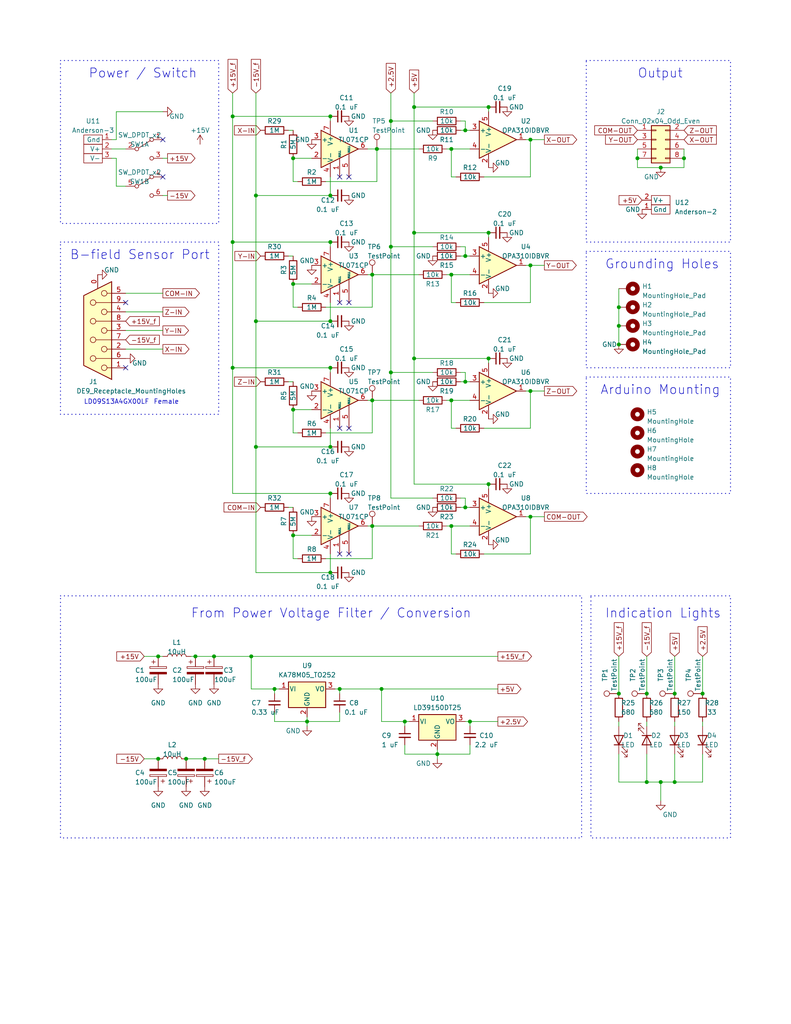
<source format=kicad_sch>
(kicad_sch (version 20230121) (generator eeschema)
  (paper "USLetter" portrait)
  (junction (at 101.6 143.51))
  (junction (at 80.01 43.18))
  (junction (at 127 35.56))
  (junction (at 123.19 40.64))
  (junction (at 106.68 101.6))
  (junction (at 68.58 179.07))
  (junction (at 101.6 74.93))
  (junction (at 69.85 121.92))
  (junction (at 127 104.14))
  (junction (at 144.78 140.97))
  (junction (at 144.78 38.1))
  (junction (at 53.34 179.07))
  (junction (at 168.91 189.23))
  (junction (at 119.38 205.74))
  (junction (at 106.68 33.02))
  (junction (at 74.93 187.96))
  (junction (at 63.5 66.04))
  (junction (at 173.99 43.18))
  (junction (at 102.87 40.64))
  (junction (at 128.27 196.85))
  (junction (at 92.71 187.96))
  (junction (at 63.5 100.33))
  (junction (at 123.19 143.51))
  (junction (at 133.35 29.21))
  (junction (at 90.17 66.04))
  (junction (at 90.17 100.33))
  (junction (at 133.35 132.08))
  (junction (at 123.19 109.22))
  (junction (at 144.78 106.68))
  (junction (at 101.6 109.22))
  (junction (at 106.68 67.31))
  (junction (at 90.17 134.62))
  (junction (at 184.15 213.36))
  (junction (at 90.17 156.21))
  (junction (at 133.35 63.5))
  (junction (at 113.03 63.5))
  (junction (at 110.49 196.85))
  (junction (at 127 138.43))
  (junction (at 127 69.85))
  (junction (at 184.15 189.23))
  (junction (at 180.34 213.36))
  (junction (at 43.18 207.01))
  (junction (at 186.69 43.18))
  (junction (at 83.82 196.85))
  (junction (at 90.17 87.63))
  (junction (at 55.88 207.01))
  (junction (at 50.8 207.01))
  (junction (at 104.14 187.96))
  (junction (at 168.91 93.98))
  (junction (at 90.17 31.75))
  (junction (at 191.77 189.23))
  (junction (at 113.03 97.79))
  (junction (at 69.85 87.63))
  (junction (at 90.17 121.92))
  (junction (at 90.17 53.34))
  (junction (at 80.01 111.76))
  (junction (at 133.35 97.79))
  (junction (at 43.18 179.07))
  (junction (at 80.01 77.47))
  (junction (at 123.19 74.93))
  (junction (at 176.53 213.36))
  (junction (at 63.5 31.75))
  (junction (at 168.91 88.9))
  (junction (at 58.42 179.07))
  (junction (at 113.03 29.21))
  (junction (at 69.85 53.34))
  (junction (at 80.01 146.05))
  (junction (at 168.91 83.82))
  (junction (at 144.78 72.39))
  (junction (at 180.34 45.72))
  (junction (at 176.53 189.23))
  (no_connect (at 95.25 116.84))
  (no_connect (at 34.29 82.55))
  (no_connect (at 95.25 82.55))
  (no_connect (at 92.71 116.84))
  (no_connect (at 44.45 48.26))
  (no_connect (at 44.45 38.1))
  (no_connect (at 95.25 48.26))
  (no_connect (at 92.71 151.13))
  (no_connect (at 95.25 151.13))
  (no_connect (at 34.29 100.33))
  (no_connect (at 92.71 48.26))
  (no_connect (at 92.71 82.55))
  (wire (pts (xy 106.68 135.89) (xy 118.11 135.89)))
  (wire (pts (xy 88.9 83.82) (xy 101.6 83.82)))
  (wire (pts (xy 106.68 25.4) (xy 106.68 33.02)))
  (wire (pts (xy 104.14 196.85) (xy 104.14 187.96)))
  (wire (pts (xy 173.99 40.64) (xy 173.99 43.18)))
  (wire (pts (xy 180.34 213.36) (xy 176.53 213.36)))
  (wire (pts (xy 180.34 213.36) (xy 184.15 213.36)))
  (wire (pts (xy 101.6 143.51) (xy 114.3 143.51)))
  (wire (pts (xy 74.93 194.31) (xy 74.93 196.85)))
  (wire (pts (xy 80.01 111.76) (xy 85.09 111.76)))
  (wire (pts (xy 88.9 49.53) (xy 102.87 49.53)))
  (wire (pts (xy 123.19 74.93) (xy 128.27 74.93)))
  (wire (pts (xy 191.77 213.36) (xy 184.15 213.36)))
  (wire (pts (xy 92.71 189.23) (xy 92.71 187.96)))
  (wire (pts (xy 50.8 207.01) (xy 55.88 207.01)))
  (wire (pts (xy 144.78 72.39) (xy 148.59 72.39)))
  (wire (pts (xy 133.35 132.08) (xy 133.35 133.35)))
  (wire (pts (xy 123.19 109.22) (xy 128.27 109.22)))
  (wire (pts (xy 144.78 140.97) (xy 143.51 140.97)))
  (wire (pts (xy 44.45 90.17) (xy 34.29 90.17)))
  (wire (pts (xy 127 135.89) (xy 127 138.43)))
  (wire (pts (xy 123.19 48.26) (xy 124.46 48.26)))
  (wire (pts (xy 102.87 40.64) (xy 114.3 40.64)))
  (wire (pts (xy 127 138.43) (xy 128.27 138.43)))
  (wire (pts (xy 80.01 118.11) (xy 81.28 118.11)))
  (wire (pts (xy 63.5 100.33) (xy 63.5 134.62)))
  (wire (pts (xy 106.68 33.02) (xy 118.11 33.02)))
  (wire (pts (xy 127 104.14) (xy 128.27 104.14)))
  (wire (pts (xy 90.17 100.33) (xy 90.17 101.6)))
  (wire (pts (xy 90.17 48.26) (xy 90.17 53.34)))
  (wire (pts (xy 123.19 116.84) (xy 124.46 116.84)))
  (wire (pts (xy 91.44 187.96) (xy 92.71 187.96)))
  (wire (pts (xy 128.27 205.74) (xy 119.38 205.74)))
  (wire (pts (xy 123.19 151.13) (xy 124.46 151.13)))
  (wire (pts (xy 80.01 43.18) (xy 85.09 43.18)))
  (wire (pts (xy 92.71 187.96) (xy 104.14 187.96)))
  (wire (pts (xy 123.19 151.13) (xy 123.19 143.51)))
  (wire (pts (xy 133.35 97.79) (xy 133.35 99.06)))
  (wire (pts (xy 104.14 187.96) (xy 135.89 187.96)))
  (wire (pts (xy 184.15 179.07) (xy 184.15 189.23)))
  (wire (pts (xy 44.45 95.25) (xy 34.29 95.25)))
  (wire (pts (xy 68.58 187.96) (xy 74.93 187.96)))
  (wire (pts (xy 132.08 151.13) (xy 144.78 151.13)))
  (wire (pts (xy 144.78 106.68) (xy 148.59 106.68)))
  (wire (pts (xy 123.19 143.51) (xy 128.27 143.51)))
  (wire (pts (xy 104.14 196.85) (xy 110.49 196.85)))
  (wire (pts (xy 44.45 85.09) (xy 34.29 85.09)))
  (wire (pts (xy 144.78 38.1) (xy 143.51 38.1)))
  (wire (pts (xy 144.78 140.97) (xy 148.59 140.97)))
  (wire (pts (xy 63.5 100.33) (xy 90.17 100.33)))
  (wire (pts (xy 69.85 121.92) (xy 69.85 156.21)))
  (wire (pts (xy 110.49 196.85) (xy 111.76 196.85)))
  (wire (pts (xy 90.17 31.75) (xy 90.17 33.02)))
  (wire (pts (xy 113.03 97.79) (xy 113.03 132.08)))
  (wire (pts (xy 168.91 88.9) (xy 168.91 93.98)))
  (wire (pts (xy 123.19 116.84) (xy 123.19 109.22)))
  (wire (pts (xy 184.15 196.85) (xy 184.15 198.12)))
  (wire (pts (xy 53.34 179.07) (xy 58.42 179.07)))
  (wire (pts (xy 92.71 194.31) (xy 92.71 196.85)))
  (wire (pts (xy 127 35.56) (xy 128.27 35.56)))
  (wire (pts (xy 45.72 53.34) (xy 44.45 53.34)))
  (wire (pts (xy 186.69 43.18) (xy 186.69 45.72)))
  (wire (pts (xy 63.5 66.04) (xy 90.17 66.04)))
  (wire (pts (xy 128.27 196.85) (xy 135.89 196.85)))
  (wire (pts (xy 90.17 82.55) (xy 90.17 87.63)))
  (wire (pts (xy 63.5 25.4) (xy 63.5 31.75)))
  (wire (pts (xy 101.6 109.22) (xy 100.33 109.22)))
  (wire (pts (xy 173.99 45.72) (xy 180.34 45.72)))
  (wire (pts (xy 101.6 74.93) (xy 114.3 74.93)))
  (wire (pts (xy 133.35 29.21) (xy 133.35 30.48)))
  (wire (pts (xy 125.73 69.85) (xy 127 69.85)))
  (wire (pts (xy 80.01 77.47) (xy 80.01 83.82)))
  (wire (pts (xy 88.9 152.4) (xy 101.6 152.4)))
  (wire (pts (xy 74.93 187.96) (xy 76.2 187.96)))
  (wire (pts (xy 90.17 134.62) (xy 90.17 135.89)))
  (wire (pts (xy 132.08 116.84) (xy 144.78 116.84)))
  (wire (pts (xy 133.35 63.5) (xy 133.35 64.77)))
  (wire (pts (xy 90.17 151.13) (xy 90.17 156.21)))
  (wire (pts (xy 132.08 82.55) (xy 144.78 82.55)))
  (wire (pts (xy 168.91 78.74) (xy 168.91 83.82)))
  (wire (pts (xy 43.18 179.07) (xy 44.45 179.07)))
  (wire (pts (xy 125.73 101.6) (xy 127 101.6)))
  (wire (pts (xy 78.74 69.85) (xy 80.01 69.85)))
  (wire (pts (xy 69.85 121.92) (xy 90.17 121.92)))
  (wire (pts (xy 176.53 205.74) (xy 176.53 213.36)))
  (wire (pts (xy 125.73 104.14) (xy 127 104.14)))
  (wire (pts (xy 80.01 77.47) (xy 85.09 77.47)))
  (wire (pts (xy 125.73 35.56) (xy 127 35.56)))
  (wire (pts (xy 31.75 30.48) (xy 31.75 38.1)))
  (wire (pts (xy 113.03 63.5) (xy 133.35 63.5)))
  (wire (pts (xy 123.19 48.26) (xy 123.19 40.64)))
  (wire (pts (xy 191.77 196.85) (xy 191.77 198.12)))
  (wire (pts (xy 186.69 40.64) (xy 186.69 43.18)))
  (wire (pts (xy 125.73 67.31) (xy 127 67.31)))
  (wire (pts (xy 144.78 48.26) (xy 144.78 38.1)))
  (wire (pts (xy 125.73 138.43) (xy 127 138.43)))
  (wire (pts (xy 144.78 38.1) (xy 148.59 38.1)))
  (wire (pts (xy 69.85 53.34) (xy 69.85 87.63)))
  (wire (pts (xy 90.17 116.84) (xy 90.17 121.92)))
  (wire (pts (xy 83.82 196.85) (xy 83.82 195.58)))
  (wire (pts (xy 184.15 213.36) (xy 184.15 205.74)))
  (wire (pts (xy 80.01 146.05) (xy 85.09 146.05)))
  (wire (pts (xy 102.87 40.64) (xy 100.33 40.64)))
  (wire (pts (xy 113.03 132.08) (xy 133.35 132.08)))
  (wire (pts (xy 55.88 207.01) (xy 59.69 207.01)))
  (wire (pts (xy 63.5 31.75) (xy 63.5 66.04)))
  (wire (pts (xy 110.49 205.74) (xy 119.38 205.74)))
  (wire (pts (xy 74.93 189.23) (xy 74.93 187.96)))
  (wire (pts (xy 101.6 109.22) (xy 114.3 109.22)))
  (wire (pts (xy 88.9 118.11) (xy 101.6 118.11)))
  (wire (pts (xy 125.73 135.89) (xy 127 135.89)))
  (wire (pts (xy 101.6 109.22) (xy 101.6 118.11)))
  (wire (pts (xy 110.49 203.2) (xy 110.49 205.74)))
  (wire (pts (xy 39.37 207.01) (xy 43.18 207.01)))
  (wire (pts (xy 63.5 66.04) (xy 63.5 100.33)))
  (wire (pts (xy 69.85 87.63) (xy 69.85 121.92)))
  (wire (pts (xy 106.68 67.31) (xy 106.68 101.6)))
  (wire (pts (xy 127 69.85) (xy 128.27 69.85)))
  (wire (pts (xy 34.29 50.8) (xy 31.75 50.8)))
  (wire (pts (xy 68.58 187.96) (xy 68.58 179.07)))
  (wire (pts (xy 80.01 111.76) (xy 80.01 118.11)))
  (wire (pts (xy 30.48 40.64) (xy 34.29 40.64)))
  (wire (pts (xy 31.75 43.18) (xy 30.48 43.18)))
  (wire (pts (xy 144.78 72.39) (xy 143.51 72.39)))
  (wire (pts (xy 101.6 143.51) (xy 101.6 152.4)))
  (wire (pts (xy 127 33.02) (xy 127 35.56)))
  (wire (pts (xy 110.49 196.85) (xy 110.49 198.12)))
  (wire (pts (xy 83.82 198.12) (xy 83.82 196.85)))
  (wire (pts (xy 191.77 179.07) (xy 191.77 189.23)))
  (wire (pts (xy 69.85 25.4) (xy 69.85 53.34)))
  (wire (pts (xy 127 196.85) (xy 128.27 196.85)))
  (wire (pts (xy 80.01 83.82) (xy 81.28 83.82)))
  (wire (pts (xy 144.78 151.13) (xy 144.78 140.97)))
  (wire (pts (xy 144.78 82.55) (xy 144.78 72.39)))
  (wire (pts (xy 106.68 67.31) (xy 118.11 67.31)))
  (wire (pts (xy 78.74 104.14) (xy 80.01 104.14)))
  (wire (pts (xy 123.19 82.55) (xy 124.46 82.55)))
  (wire (pts (xy 78.74 35.56) (xy 80.01 35.56)))
  (wire (pts (xy 106.68 33.02) (xy 106.68 67.31)))
  (wire (pts (xy 121.92 74.93) (xy 123.19 74.93)))
  (wire (pts (xy 106.68 101.6) (xy 118.11 101.6)))
  (wire (pts (xy 132.08 48.26) (xy 144.78 48.26)))
  (wire (pts (xy 80.01 146.05) (xy 80.01 152.4)))
  (wire (pts (xy 78.74 138.43) (xy 80.01 138.43)))
  (wire (pts (xy 123.19 82.55) (xy 123.19 74.93)))
  (wire (pts (xy 123.19 40.64) (xy 128.27 40.64)))
  (wire (pts (xy 121.92 109.22) (xy 123.19 109.22)))
  (wire (pts (xy 68.58 179.07) (xy 135.89 179.07)))
  (wire (pts (xy 191.77 205.74) (xy 191.77 213.36)))
  (wire (pts (xy 168.91 205.74) (xy 168.91 213.36)))
  (wire (pts (xy 121.92 40.64) (xy 123.19 40.64)))
  (wire (pts (xy 63.5 31.75) (xy 90.17 31.75)))
  (wire (pts (xy 144.78 116.84) (xy 144.78 106.68)))
  (wire (pts (xy 44.45 80.01) (xy 34.29 80.01)))
  (wire (pts (xy 113.03 25.4) (xy 113.03 29.21)))
  (wire (pts (xy 69.85 156.21) (xy 90.17 156.21)))
  (wire (pts (xy 80.01 43.18) (xy 80.01 49.53)))
  (wire (pts (xy 101.6 143.51) (xy 100.33 143.51)))
  (wire (pts (xy 176.53 179.07) (xy 176.53 189.23)))
  (wire (pts (xy 90.17 66.04) (xy 90.17 67.31)))
  (wire (pts (xy 168.91 179.07) (xy 168.91 189.23)))
  (wire (pts (xy 101.6 74.93) (xy 101.6 83.82)))
  (wire (pts (xy 168.91 196.85) (xy 168.91 198.12)))
  (wire (pts (xy 113.03 29.21) (xy 133.35 29.21)))
  (wire (pts (xy 31.75 30.48) (xy 44.45 30.48)))
  (wire (pts (xy 83.82 196.85) (xy 92.71 196.85)))
  (wire (pts (xy 45.72 43.18) (xy 44.45 43.18)))
  (wire (pts (xy 113.03 29.21) (xy 113.03 63.5)))
  (wire (pts (xy 168.91 213.36) (xy 176.53 213.36)))
  (wire (pts (xy 80.01 49.53) (xy 81.28 49.53)))
  (wire (pts (xy 173.99 43.18) (xy 173.99 45.72)))
  (wire (pts (xy 31.75 38.1) (xy 30.48 38.1)))
  (wire (pts (xy 58.42 179.07) (xy 68.58 179.07)))
  (wire (pts (xy 168.91 83.82) (xy 168.91 88.9)))
  (wire (pts (xy 69.85 87.63) (xy 90.17 87.63)))
  (wire (pts (xy 52.07 179.07) (xy 53.34 179.07)))
  (wire (pts (xy 74.93 196.85) (xy 83.82 196.85)))
  (wire (pts (xy 31.75 50.8) (xy 31.75 43.18)))
  (wire (pts (xy 186.69 45.72) (xy 180.34 45.72)))
  (wire (pts (xy 39.37 179.07) (xy 43.18 179.07)))
  (wire (pts (xy 63.5 134.62) (xy 90.17 134.62)))
  (wire (pts (xy 180.34 213.36) (xy 180.34 218.44)))
  (wire (pts (xy 127 101.6) (xy 127 104.14)))
  (wire (pts (xy 119.38 205.74) (xy 119.38 204.47)))
  (wire (pts (xy 113.03 63.5) (xy 113.03 97.79)))
  (wire (pts (xy 113.03 97.79) (xy 133.35 97.79)))
  (wire (pts (xy 69.85 53.34) (xy 90.17 53.34)))
  (wire (pts (xy 102.87 40.64) (xy 102.87 49.53)))
  (wire (pts (xy 128.27 203.2) (xy 128.27 205.74)))
  (wire (pts (xy 176.53 196.85) (xy 176.53 198.12)))
  (wire (pts (xy 128.27 196.85) (xy 128.27 198.12)))
  (wire (pts (xy 101.6 74.93) (xy 100.33 74.93)))
  (wire (pts (xy 125.73 33.02) (xy 127 33.02)))
  (wire (pts (xy 80.01 152.4) (xy 81.28 152.4)))
  (wire (pts (xy 119.38 207.01) (xy 119.38 205.74)))
  (wire (pts (xy 127 67.31) (xy 127 69.85)))
  (wire (pts (xy 144.78 106.68) (xy 143.51 106.68)))
  (wire (pts (xy 106.68 101.6) (xy 106.68 135.89)))
  (wire (pts (xy 121.92 143.51) (xy 123.19 143.51)))
  (rectangle (start 160.02 16.51) (end 199.39 66.04) (stroke (width 0.25) (type dot)))
  (rectangle (start 16.51 16.51) (end 59.69 60.96) (stroke (width 0.25) (type dot)))
  (rectangle (start 161.29 162.56) (end 199.39 228.6) (stroke (width 0.25) (type dot)))
  (rectangle (start 16.51 66.04) (end 59.69 113.03) (stroke (width 0.25) (type dot)))
  (rectangle (start 160.02 102.87) (end 199.39 134.62) (stroke (width 0.25) (type dot)))
  (rectangle (start 16.51 162.56) (end 158.75 228.6) (stroke (width 0.25) (type dot)))
  (rectangle (start 160.02 68.58) (end 199.39 100.33) (stroke (width 0.25) (type dot)))
  (text "Female" (at 41.91 110.49 0) (effects (font (size 1.27 1.27)) (justify left bottom)))
  (text "Indication Lights" (at 165.1 168.91 0) (effects (font (size 2.5 2.5)) (justify left bottom)))
  (text "Output" (at 173.99 21.59 0) (effects (font (size 2.5 2.5)) (justify left bottom)))
  (text "From Power Voltage Filter / Conversion" (at 52.07 168.91 0) (effects (font (size 2.5 2.5)) (justify left bottom)))
  (text "B-field Sensor Port" (at 19.05 71.12 0) (effects (font (size 2.5 2.5)) (justify left bottom)))
  (text "Power / Switch" (at 24.13 21.59 0) (effects (font (size 2.5 2.5)) (justify left bottom)))
  (text "Arduino Mounting" (at 163.83 107.95 0) (effects (font (size 2.5 2.5)) (justify left bottom)))
  (text "LD09S13A4GX00LF" (at 22.86 110.49 0) (effects (font (size 1.27 1.27)) (justify left bottom)))
  (text "Grounding Holes" (at 165.1 73.66 0) (effects (font (size 2.5 2.5)) (justify left bottom)))
  (global_label "+5V" (shape input) (at 184.15 179.07 90) (property "Intersheetrefs" "${INTERSHEET_REFS}" (effects hide)))
  (global_label "Y-OUT" (shape input) (at 173.99 38.1 180) (property "Intersheetrefs" "${INTERSHEET_REFS}" (effects hide)))
  (global_label "Z-OUT" (shape output) (at 148.59 106.68 0) (property "Intersheetrefs" "${INTERSHEET_REFS}" (effects hide)))
  (global_label "Y-OUT" (shape output) (at 148.59 72.39 0) (property "Intersheetrefs" "${INTERSHEET_REFS}" (effects hide)))
  (global_label "+15V_f" (shape input) (at 63.5 25.4 90) (property "Intersheetrefs" "${INTERSHEET_REFS}" (effects hide)))
  (global_label "COM-IN" (shape input) (at 71.12 138.43 180) (property "Intersheetrefs" "${INTERSHEET_REFS}" (effects hide)))
  (global_label "X-IN" (shape input) (at 71.12 35.56 180) (property "Intersheetrefs" "${INTERSHEET_REFS}" (effects hide)))
  (global_label "X-IN" (shape output) (at 44.45 95.25 0) (property "Intersheetrefs" "${INTERSHEET_REFS}" (effects hide)))
  (global_label "+5V" (shape input) (at 113.03 25.4 90) (property "Intersheetrefs" "${INTERSHEET_REFS}" (effects hide)))
  (global_label "+5V" (shape output) (at 135.89 187.96 0) (property "Intersheetrefs" "${INTERSHEET_REFS}" (effects hide)))
  (global_label "+15V_f" (shape input) (at 168.91 179.07 90) (property "Intersheetrefs" "${INTERSHEET_REFS}" (effects hide)))
  (global_label "Z-OUT" (shape input) (at 186.69 35.56 0) (property "Intersheetrefs" "${INTERSHEET_REFS}" (effects hide)))
  (global_label "COM-IN" (shape output) (at 44.45 80.01 0) (property "Intersheetrefs" "${INTERSHEET_REFS}" (effects hide)))
  (global_label "-15V_f" (shape output) (at 59.69 207.01 0) (property "Intersheetrefs" "${INTERSHEET_REFS}" (effects hide)))
  (global_label "X-OUT" (shape output) (at 148.59 38.1 0) (property "Intersheetrefs" "${INTERSHEET_REFS}" (effects hide)))
  (global_label "+2.5V" (shape input) (at 191.77 179.07 90) (property "Intersheetrefs" "${INTERSHEET_REFS}" (effects hide)))
  (global_label "COM-OUT" (shape output) (at 148.59 140.97 0) (property "Intersheetrefs" "${INTERSHEET_REFS}" (effects hide)))
  (global_label "Z-IN" (shape input) (at 71.12 104.14 180) (property "Intersheetrefs" "${INTERSHEET_REFS}" (effects hide)))
  (global_label "+2.5V" (shape output) (at 135.89 196.85 0) (property "Intersheetrefs" "${INTERSHEET_REFS}" (effects hide)))
  (global_label "-15V_f" (shape input) (at 176.53 179.07 90) (property "Intersheetrefs" "${INTERSHEET_REFS}" (effects hide)))
  (global_label "-15V_f" (shape input) (at 69.85 25.4 90) (property "Intersheetrefs" "${INTERSHEET_REFS}" (effects hide)))
  (global_label "+2.5V" (shape input) (at 106.68 25.4 90) (property "Intersheetrefs" "${INTERSHEET_REFS}" (effects hide)))
  (global_label "-15V" (shape input) (at 39.37 207.01 180) (property "Intersheetrefs" "${INTERSHEET_REFS}" (effects hide)))
  (global_label "Y-IN" (shape input) (at 71.12 69.85 180) (property "Intersheetrefs" "${INTERSHEET_REFS}" (effects hide)))
  (global_label "+15V" (shape input) (at 39.37 179.07 180) (property "Intersheetrefs" "${INTERSHEET_REFS}" (effects hide)))
  (global_label "-15V" (shape output) (at 45.72 53.34 0) (property "Intersheetrefs" "${INTERSHEET_REFS}" (effects hide)))
  (global_label "X-OUT" (shape input) (at 186.69 38.1 0) (property "Intersheetrefs" "${INTERSHEET_REFS}" (effects hide)))
  (global_label "+5V" (shape input) (at 175.26 54.61 180) (property "Intersheetrefs" "${INTERSHEET_REFS}" (effects hide)))
  (global_label "+15V" (shape output) (at 45.72 43.18 0) (property "Intersheetrefs" "${INTERSHEET_REFS}" (effects hide)))
  (global_label "Z-IN" (shape output) (at 44.45 85.09 0) (property "Intersheetrefs" "${INTERSHEET_REFS}" (effects hide)))
  (global_label "+15V_f" (shape input) (at 34.29 87.63 0) (property "Intersheetrefs" "${INTERSHEET_REFS}" (effects hide)))
  (global_label "+15V_f" (shape output) (at 135.89 179.07 0) (property "Intersheetrefs" "${INTERSHEET_REFS}" (effects hide)))
  (global_label "Y-IN" (shape output) (at 44.45 90.17 0) (property "Intersheetrefs" "${INTERSHEET_REFS}" (effects hide)))
  (global_label "-15V_f" (shape input) (at 34.29 92.71 0) (property "Intersheetrefs" "${INTERSHEET_REFS}" (effects hide)))
  (global_label "COM-OUT" (shape input) (at 173.99 35.56 180) (property "Intersheetrefs" "${INTERSHEET_REFS}" (effects hide)))
  (symbol (lib_id "Device:R") (at 128.27 48.26 90) (unit 1)
    (property "Reference" "R12" (at 128.27 45.72 90))
    (property "Value" "10k" (at 128.27 48.26 90))
    (property "Footprint" "Resistor_THT:R_Axial_DIN0207_L6.3mm_D2.5mm_P10.16mm_Horizontal" (effects hide))
  )
  (symbol (lib_id "Mechanical:MountingHole") (at 173.99 123.19 0) (unit 1)
    (property "Reference" "H7" (at 176.53 122.555 0) (effects (justify left)))
    (property "Value" "MountingHole" (at 176.53 125.095 0) (effects (justify left)))
    (property "Footprint" "MountingHole:MountingHole_3mm" (effects hide))
  )
  (symbol (lib_id "Device:C_Small") (at 92.71 100.33 90) (unit 1)
    (property "Reference" "C15" (at 96.52 95.25 90) (effects (justify left)))
    (property "Value" "0.1 uF" (at 97.79 97.79 90) (effects (justify left)))
    (property "Footprint" "Capacitor_THT:C_Disc_D5.0mm_W2.5mm_P5.00mm" (effects hide))
  )
  (symbol (lib_id "Device:LED") (at 168.91 201.93 90) (unit 1)
    (property "Reference" "D1" (at 171.45 200.66 90))
    (property "Value" "LED" (at 171.45 203.2 90))
    (property "Footprint" "LED_SMD:LED_0201_0603Metric" (effects hide))
    (property "Datasheet" "https://www.digikey.com/en/products/detail/w%C3%BCrth-elektronik/150060VS75000/4489906" (effects hide))
  )
  (symbol (lib_id "power:GND") (at 85.09 38.1 0) (unit 1)
    (property "Reference" "#PWR01" (effects hide))
    (property "Value" "GND" (at 82.55 38.1 0))
  )
  (symbol (lib_id "Device:R") (at 80.01 39.37 180) (unit 1)
    (property "Reference" "R1" (at 77.47 39.37 90))
    (property "Value" "5M" (at 80.01 39.37 90))
    (property "Footprint" "Resistor_THT:R_Axial_DIN0411_L9.9mm_D3.6mm_P15.24mm_Horizontal" (effects hide))
  )
  (symbol (lib_id "Device:C_Polarized") (at 43.18 182.88 0) (unit 1)
    (property "Reference" "C1" (at 36.83 182.88 0) (effects (justify left)))
    (property "Value" "100uF" (at 36.83 185.42 0) (effects (justify left)))
    (property "Footprint" "Capacitor_THT:CP_Radial_D6.3mm_P2.50mm" (effects hide))
  )
  (symbol (lib_id "power:GND") (at 83.82 198.12 0) (unit 1)
    (property "Reference" "#PWR02" (effects hide))
    (property "Value" "GND" (at 80.01 199.39 0))
  )
  (symbol (lib_id "Device:C_Small") (at 135.89 97.79 90) (unit 1)
    (property "Reference" "C21" (at 139.7 92.71 90) (effects (justify left)))
    (property "Value" "0.1 uF" (at 140.97 95.25 90) (effects (justify left)))
    (property "Footprint" "Capacitor_THT:C_Disc_D5.0mm_W2.5mm_P5.00mm" (effects hide))
  )
  (symbol (lib_id "power:GND") (at 138.43 132.08 0) (unit 1)
    (property "Reference" "#PWR030" (effects hide))
    (property "Value" "GND" (at 140.97 132.08 0))
  )
  (symbol (lib_id "Device:R") (at 121.92 138.43 90) (unit 1)
    (property "Reference" "R23" (at 121.92 140.97 90))
    (property "Value" "10k" (at 121.92 138.43 90))
    (property "Footprint" "Resistor_THT:R_Axial_DIN0207_L6.3mm_D2.5mm_P10.16mm_Horizontal" (effects hide))
  )
  (symbol (lib_id "power:GND") (at 180.34 45.72 0) (unit 1)
    (property "Reference" "#PWR035" (effects hide))
    (property "Value" "GND" (at 177.8 48.26 0))
  )
  (symbol (lib_id "power:GND") (at 133.35 80.01 90) (unit 1)
    (property "Reference" "#PWR023" (effects hide))
    (property "Value" "GND" (at 137.16 78.74 90))
  )
  (symbol (lib_id "Connector:TestPoint") (at 191.77 189.23 90) (unit 1)
    (property "Reference" "TP4" (at 187.96 184.15 0))
    (property "Value" "TestPoint" (at 190.5 184.15 0))
    (property "Footprint" "TestPoint:TestPoint_Loop_D2.50mm_Drill1.0mm" (effects hide))
  )
  (symbol (lib_id "Device:R") (at 176.53 193.04 0) (unit 1)
    (property "Reference" "R26" (at 179.07 191.77 0))
    (property "Value" "680" (at 179.07 194.31 0))
    (property "Footprint" "Resistor_THT:R_Axial_DIN0414_L11.9mm_D4.5mm_P20.32mm_Horizontal" (effects hide))
  )
  (symbol (lib_id "power:GND") (at 43.18 214.63 0) (unit 1)
    (property "Reference" "#PWR011" (effects hide))
    (property "Value" "GND" (at 43.18 219.71 0))
  )
  (symbol (lib_id "Device:R") (at 74.93 69.85 90) (unit 1)
    (property "Reference" "R30" (at 74.93 67.31 90))
    (property "Value" "1M" (at 74.93 69.85 90))
    (property "Footprint" "Resistor_THT:R_Axial_DIN0207_L6.3mm_D2.5mm_P10.16mm_Horizontal" (effects hide))
  )
  (symbol (lib_id "Device:R") (at 121.92 135.89 90) (unit 1)
    (property "Reference" "R22" (at 121.92 133.35 90))
    (property "Value" "10k" (at 121.92 135.89 90))
    (property "Footprint" "Resistor_THT:R_Axial_DIN0207_L6.3mm_D2.5mm_P10.16mm_Horizontal" (effects hide))
  )
  (symbol (lib_id "Device:R") (at 74.93 138.43 90) (unit 1)
    (property "Reference" "R32" (at 74.93 135.89 90))
    (property "Value" "1M" (at 74.93 138.43 90))
    (property "Footprint" "Resistor_THT:R_Axial_DIN0207_L6.3mm_D2.5mm_P10.16mm_Horizontal" (effects hide))
  )
  (symbol (lib_id "power:GND") (at 85.09 72.39 0) (unit 1)
    (property "Reference" "#PWR05" (effects hide))
    (property "Value" "GND" (at 83.82 71.12 0))
  )
  (symbol (lib_id "Device:LED") (at 191.77 201.93 90) (unit 1)
    (property "Reference" "D4" (at 194.31 200.66 90))
    (property "Value" "LED" (at 194.31 203.2 90))
    (property "Footprint" "LED_SMD:LED_0201_0603Metric" (effects hide))
    (property "Datasheet" "https://www.digikey.com/en/products/detail/w%C3%BCrth-elektronik/150060VS75000/4489906" (effects hide))
  )
  (symbol (lib_id "power:GND") (at 95.25 100.33 0) (unit 1)
    (property "Reference" "#PWR04" (effects hide))
    (property "Value" "GND" (at 97.79 100.33 0))
  )
  (symbol (lib_id "Amplifier_Operational:TL071") (at 92.71 74.93 0) (unit 1)
    (property "Reference" "U3" (at 96.52 69.85 0))
    (property "Value" "TL071CP" (at 96.52 72.39 0))
    (property "Footprint" "Package_DIP:DIP-8_W7.62mm" (effects hide))
    (property "Datasheet" "http://www.ti.com/lit/ds/symlink/tl071.pdf" (effects hide))
  )
  (symbol (lib_id "power:GND") (at 175.26 57.15 0) (unit 1)
    (property "Reference" "#PWR09" (effects hide))
    (property "Value" "GND" (at 172.72 57.15 0))
  )
  (symbol (lib_id "Device:C_Polarized") (at 58.42 182.88 0) (unit 1)
    (property "Reference" "C3" (at 60.96 182.88 0) (effects (justify left)))
    (property "Value" "100uF" (at 58.42 185.42 0) (effects (justify left)))
    (property "Footprint" "Capacitor_THT:CP_Radial_D6.3mm_P2.50mm" (effects hide))
  )
  (symbol (lib_id "Device:R") (at 80.01 73.66 180) (unit 1)
    (property "Reference" "R3" (at 77.47 73.66 90))
    (property "Value" "5M" (at 80.01 73.66 90))
    (property "Footprint" "Resistor_THT:R_Axial_DIN0411_L9.9mm_D3.6mm_P15.24mm_Horizontal" (effects hide))
  )
  (symbol (lib_id "power:GND") (at 55.88 214.63 0) (unit 1)
    (property "Reference" "#PWR015" (effects hide))
    (property "Value" "GND" (at 55.88 219.71 0))
  )
  (symbol (lib_id "Device:C_Small") (at 92.71 156.21 90) (unit 1)
    (property "Reference" "C18" (at 91.44 157.48 90) (effects (justify left)))
    (property "Value" "0.1 uF" (at 92.71 160.02 90) (effects (justify left)))
    (property "Footprint" "Capacitor_THT:C_Disc_D5.0mm_W2.5mm_P5.00mm" (effects hide))
  )
  (symbol (lib_id "Mechanical:MountingHole") (at 173.99 118.11 0) (unit 1)
    (property "Reference" "H6" (at 176.53 117.475 0) (effects (justify left)))
    (property "Value" "MountingHole" (at 176.53 120.015 0) (effects (justify left)))
    (property "Footprint" "MountingHole:MountingHole_3mm" (effects hide))
  )
  (symbol (lib_id "power:GND") (at 95.25 156.21 0) (unit 1)
    (property "Reference" "#PWR039" (effects hide))
    (property "Value" "GND" (at 97.79 156.21 0))
  )
  (symbol (lib_id "power:GND") (at 50.8 214.63 0) (unit 1)
    (property "Reference" "#PWR014" (effects hide))
    (property "Value" "GND" (at 50.8 219.71 0))
  )
  (symbol (lib_id "power:GND") (at 95.25 134.62 0) (unit 1)
    (property "Reference" "#PWR018" (effects hide))
    (property "Value" "GND" (at 97.79 134.62 0))
  )
  (symbol (lib_id "power:GND") (at 118.11 69.85 0) (unit 1)
    (property "Reference" "#PWR06" (effects hide))
    (property "Value" "GND" (at 115.57 69.85 0))
  )
  (symbol (lib_id "power:GND") (at 95.25 31.75 0) (unit 1)
    (property "Reference" "#PWR016" (effects hide))
    (property "Value" "GND" (at 97.79 31.75 0))
  )
  (symbol (lib_id "Device:R") (at 128.27 82.55 90) (unit 1)
    (property "Reference" "R16" (at 128.27 80.01 90))
    (property "Value" "10k" (at 128.27 82.55 90))
    (property "Footprint" "Resistor_THT:R_Axial_DIN0207_L6.3mm_D2.5mm_P10.16mm_Horizontal" (effects hide))
  )
  (symbol (lib_id "Device:C_Small") (at 74.93 191.77 0) (unit 1)
    (property "Reference" "C7" (at 68.58 191.77 0) (effects (justify left)))
    (property "Value" "0.33 uF" (at 68.58 194.31 0) (effects (justify left)))
    (property "Footprint" "Capacitor_THT:C_Disc_D5.0mm_W2.5mm_P5.00mm" (effects hide))
  )
  (symbol (lib_id "power:GND") (at 180.34 218.44 0) (unit 1)
    (property "Reference" "#PWR034" (effects hide))
    (property "Value" "GND" (at 182.88 222.25 0))
  )
  (symbol (lib_id "power:GND") (at 85.09 140.97 0) (unit 1)
    (property "Reference" "#PWR08" (effects hide))
    (property "Value" "GND" (at 83.82 139.7 0))
  )
  (symbol (lib_id "Amplifier_Operational:TL071") (at 92.71 40.64 0) (unit 1)
    (property "Reference" "U1" (at 96.52 35.56 0))
    (property "Value" "TL071CP" (at 96.52 38.1 0))
    (property "Footprint" "Package_DIP:DIP-8_W7.62mm" (effects hide))
    (property "Datasheet" "http://www.ti.com/lit/ds/symlink/tl071.pdf" (effects hide))
  )
  (symbol (lib_id "Device:R") (at 121.92 101.6 90) (unit 1)
    (property "Reference" "R18" (at 121.92 99.06 90))
    (property "Value" "10k" (at 121.92 101.6 90))
    (property "Footprint" "Resistor_THT:R_Axial_DIN0207_L6.3mm_D2.5mm_P10.16mm_Horizontal" (effects hide))
  )
  (symbol (lib_id "power:GND") (at 133.35 45.72 90) (unit 1)
    (property "Reference" "#PWR020" (effects hide))
    (property "Value" "GND" (at 137.16 44.45 90))
  )
  (symbol (lib_id "Device:R") (at 85.09 49.53 90) (unit 1)
    (property "Reference" "R2" (at 85.09 46.99 90))
    (property "Value" "1M" (at 85.09 49.53 90))
    (property "Footprint" "Resistor_THT:R_Axial_DIN0207_L6.3mm_D2.5mm_P10.16mm_Horizontal" (effects hide))
  )
  (symbol (lib_id "power:GND") (at 58.42 186.69 0) (unit 1)
    (property "Reference" "#PWR013" (effects hide))
    (property "Value" "GND" (at 58.42 191.77 0))
  )
  (symbol (lib_id "DQC-Components:Anderson-3") (at 22.86 44.45 0) (unit 1)
    (property "Reference" "U11" (at 25.4 33.02 0))
    (property "Value" "Anderson-3" (at 25.4 35.56 0))
    (property "Footprint" "DQC-Connectors:Anderson_3_Horizontal_Side_by_Side" (effects hide))
  )
  (symbol (lib_id "Device:C_Polarized") (at 55.88 210.82 180) (unit 1)
    (property "Reference" "C6" (at 58.42 210.82 0) (effects (justify right)))
    (property "Value" "100uF" (at 58.42 213.36 0) (effects (justify right)))
    (property "Footprint" "Capacitor_THT:CP_Radial_D6.3mm_P2.50mm" (effects hide))
  )
  (symbol (lib_id "Device:R") (at 85.09 83.82 90) (unit 1)
    (property "Reference" "R4" (at 85.09 81.28 90))
    (property "Value" "1M" (at 85.09 83.82 90))
    (property "Footprint" "Resistor_THT:R_Axial_DIN0207_L6.3mm_D2.5mm_P10.16mm_Horizontal" (effects hide))
  )
  (symbol (lib_id "DQC-Components:Anderson-2") (at 182.88 53.34 180) (unit 1)
    (property "Reference" "U12" (at 184.15 55.245 0) (effects (justify right)))
    (property "Value" "Anderson-2" (at 184.15 57.785 0) (effects (justify right)))
    (property "Footprint" "DQC-Connectors:Anderson_2_Horizontal_Side_by_Side" (effects hide))
  )
  (symbol (lib_id "power:GND") (at 95.25 66.04 0) (unit 1)
    (property "Reference" "#PWR032" (effects hide))
    (property "Value" "GND" (at 97.79 66.04 0))
  )
  (symbol (lib_id "power:GND") (at 138.43 29.21 0) (unit 1)
    (property "Reference" "#PWR027" (effects hide))
    (property "Value" "GND" (at 140.97 29.21 0))
  )
  (symbol (lib_id "Device:C_Small") (at 110.49 200.66 0) (unit 1)
    (property "Reference" "C9" (at 104.14 200.66 0) (effects (justify left)))
    (property "Value" "1 uF" (at 104.14 203.2 0) (effects (justify left)))
    (property "Footprint" "Capacitor_THT:CP_Radial_D5.0mm_P2.00mm" (effects hide))
  )
  (symbol (lib_id "power:+15V") (at 54.61 39.37 0) (unit 1)
    (property "Reference" "#PWR07" (effects hide))
    (property "Value" "+15V" (at 54.61 35.56 0))
  )
  (symbol (lib_id "Connector:TestPoint") (at 168.91 189.23 90) (unit 1)
    (property "Reference" "TP1" (at 165.1 184.15 0))
    (property "Value" "TestPoint" (at 167.64 184.15 0))
    (property "Footprint" "TestPoint:TestPoint_Loop_D2.50mm_Drill1.0mm" (effects hide))
  )
  (symbol (lib_id "Switch:SW_DPDT_x2") (at 39.37 50.8 0) (unit 2)
    (property "Reference" "SW1" (at 38.1 49.53 0))
    (property "Value" "SW_DPDT_x2" (at 38.1 46.99 0))
    (property "Footprint" "Button_Switch_THT:SW_E-Switch_100DP1T1B1M2QEH_DPDT_Toggle_Straight" (effects hide))
  )
  (symbol (lib_id "Mechanical:MountingHole_Pad") (at 171.45 78.74 270) (unit 1)
    (property "Reference" "H1" (at 175.26 78.105 90) (effects (justify left)))
    (property "Value" "MountingHole_Pad" (at 175.26 80.645 90) (effects (justify left)))
    (property "Footprint" "MountingHole:MountingHole_5mm_Pad" (effects hide))
  )
  (symbol (lib_id "Device:R") (at 74.93 35.56 90) (unit 1)
    (property "Reference" "R29" (at 74.93 33.02 90))
    (property "Value" "1M" (at 74.93 35.56 90))
    (property "Footprint" "Resistor_THT:R_Axial_DIN0207_L6.3mm_D2.5mm_P10.16mm_Horizontal" (effects hide))
  )
  (symbol (lib_id "Device:R") (at 118.11 109.22 270) (unit 1)
    (property "Reference" "R17" (at 118.11 111.76 90))
    (property "Value" "10k" (at 118.11 109.22 90))
    (property "Footprint" "Resistor_THT:R_Axial_DIN0207_L6.3mm_D2.5mm_P10.16mm_Horizontal" (effects hide))
  )
  (symbol (lib_id "Device:C_Small") (at 135.89 29.21 90) (unit 1)
    (property "Reference" "C19" (at 139.7 24.13 90) (effects (justify left)))
    (property "Value" "0.1 uF" (at 140.97 26.67 90) (effects (justify left)))
    (property "Footprint" "Capacitor_THT:C_Disc_D5.0mm_W2.5mm_P5.00mm" (effects hide))
  )
  (symbol (lib_id "Device:R") (at 191.77 193.04 0) (unit 1)
    (property "Reference" "R28" (at 194.31 191.77 0))
    (property "Value" "33" (at 194.31 194.31 0))
    (property "Footprint" "Resistor_THT:R_Axial_DIN0414_L11.9mm_D4.5mm_P20.32mm_Horizontal" (effects hide))
  )
  (symbol (lib_id "Device:R") (at 85.09 118.11 90) (unit 1)
    (property "Reference" "R6" (at 85.09 115.57 90))
    (property "Value" "1M" (at 85.09 118.11 90))
    (property "Footprint" "Resistor_THT:R_Axial_DIN0207_L6.3mm_D2.5mm_P10.16mm_Horizontal" (effects hide))
  )
  (symbol (lib_id "Regulator_Linear:KA78M05_TO252") (at 83.82 187.96 0) (unit 1)
    (property "Reference" "U9" (at 83.82 181.61 0))
    (property "Value" "KA78M05_TO252" (at 83.82 184.15 0))
    (property "Footprint" "Package_TO_SOT_SMD:TO-252-2" (effects hide))
    (property "Datasheet" "https://www.onsemi.com/pub/Collateral/MC78M00-D.PDF" (effects hide))
  )
  (symbol (lib_id "Connector:TestPoint") (at 102.87 40.64 0) (unit 1)
    (property "Reference" "TP5" (at 101.6 33.02 0) (effects (justify left)))
    (property "Value" "TestPoint" (at 101.6 35.56 0) (effects (justify left)))
    (property "Footprint" "TestPoint:TestPoint_Loop_D2.50mm_Drill1.0mm" (effects hide))
  )
  (symbol (lib_id "power:GND") (at 118.11 138.43 0) (unit 1)
    (property "Reference" "#PWR019" (effects hide))
    (property "Value" "GND" (at 115.57 138.43 0))
  )
  (symbol (lib_id "Device:R") (at 184.15 193.04 0) (unit 1)
    (property "Reference" "R27" (at 186.69 191.77 0))
    (property "Value" "150" (at 186.69 194.31 0))
    (property "Footprint" "Resistor_THT:R_Axial_DIN0414_L11.9mm_D4.5mm_P20.32mm_Horizontal" (effects hide))
  )
  (symbol (lib_id "Device:LED") (at 184.15 201.93 90) (unit 1)
    (property "Reference" "D3" (at 186.69 200.66 90))
    (property "Value" "LED" (at 186.69 203.2 90))
    (property "Footprint" "LED_SMD:LED_0201_0603Metric" (effects hide))
    (property "Datasheet" "https://www.digikey.com/en/products/detail/w%C3%BCrth-elektronik/150060VS75000/4489906" (effects hide))
  )
  (symbol (lib_id "Device:R") (at 118.11 74.93 270) (unit 1)
    (property "Reference" "R13" (at 118.11 77.47 90))
    (property "Value" "10k" (at 118.11 74.93 90))
    (property "Footprint" "Resistor_THT:R_Axial_DIN0207_L6.3mm_D2.5mm_P10.16mm_Horizontal" (effects hide))
  )
  (symbol (lib_id "Device:L") (at 46.99 207.01 90) (unit 1)
    (property "Reference" "L2" (at 46.99 203.2 90))
    (property "Value" "10uH" (at 46.99 205.74 90))
    (property "Footprint" "Inductor_THT:L_Radial_D8.7mm_P5.00mm_Fastron_07HCP" (effects hide))
  )
  (symbol (lib_id "Device:R") (at 118.11 40.64 270) (unit 1)
    (property "Reference" "R9" (at 118.11 43.18 90))
    (property "Value" "10k" (at 118.11 40.64 90))
    (property "Footprint" "Resistor_THT:R_Axial_DIN0207_L6.3mm_D2.5mm_P10.16mm_Horizontal" (effects hide))
  )
  (symbol (lib_id "power:GND") (at 43.18 186.69 0) (unit 1)
    (property "Reference" "#PWR010" (effects hide))
    (property "Value" "GND" (at 43.18 191.77 0))
  )
  (symbol (lib_id "power:GND") (at 34.29 97.79 90) (unit 1)
    (property "Reference" "#PWR033" (effects hide))
    (property "Value" "GND" (at 38.1 99.06 90))
  )
  (symbol (lib_id "power:GND") (at 95.25 87.63 0) (unit 1)
    (property "Reference" "#PWR037" (effects hide))
    (property "Value" "GND" (at 97.79 87.63 0))
  )
  (symbol (lib_id "Mechanical:MountingHole") (at 173.99 113.03 0) (unit 1)
    (property "Reference" "H5" (at 176.53 112.395 0) (effects (justify left)))
    (property "Value" "MountingHole" (at 176.53 114.935 0) (effects (justify left)))
    (property "Footprint" "MountingHole:MountingHole_3mm" (effects hide))
  )
  (symbol (lib_id "power:GND") (at 119.38 207.01 0) (unit 1)
    (property "Reference" "#PWR03" (effects hide))
    (property "Value" "GND" (at 115.57 208.28 0))
  )
  (symbol (lib_id "Device:C_Polarized") (at 50.8 210.82 180) (unit 1)
    (property "Reference" "C5" (at 45.72 210.82 0) (effects (justify right)))
    (property "Value" "100uF" (at 45.72 213.36 0) (effects (justify right)))
    (property "Footprint" "Capacitor_THT:CP_Radial_D6.3mm_P2.50mm" (effects hide))
  )
  (symbol (lib_id "power:GND") (at 133.35 114.3 90) (unit 1)
    (property "Reference" "#PWR024" (effects hide))
    (property "Value" "GND" (at 137.16 113.03 90))
  )
  (symbol (lib_id "Device:R") (at 74.93 104.14 90) (unit 1)
    (property "Reference" "R31" (at 74.93 101.6 90))
    (property "Value" "1M" (at 74.93 104.14 90))
    (property "Footprint" "Resistor_THT:R_Axial_DIN0207_L6.3mm_D2.5mm_P10.16mm_Horizontal" (effects hide))
  )
  (symbol (lib_id "Amplifier_Operational:TLV2371DBV") (at 135.89 38.1 0) (unit 1)
    (property "Reference" "U2" (at 143.51 33.02 0))
    (property "Value" "OPA310IDBVR" (at 143.51 35.56 0))
    (property "Footprint" "Package_TO_SOT_SMD:SOT-23-5" (effects hide))
  )
  (symbol (lib_id "Device:R") (at 121.92 35.56 90) (unit 1)
    (property "Reference" "R11" (at 121.92 38.1 90))
    (property "Value" "10k" (at 121.92 35.56 90))
    (property "Footprint" "Resistor_THT:R_Axial_DIN0207_L6.3mm_D2.5mm_P10.16mm_Horizontal" (effects hide))
  )
  (symbol (lib_id "power:GND") (at 138.43 97.79 0) (unit 1)
    (property "Reference" "#PWR029" (effects hide))
    (property "Value" "GND" (at 140.97 97.79 0))
  )
  (symbol (lib_id "power:GND") (at 26.67 74.93 90) (unit 1)
    (property "Reference" "#PWR031" (effects hide))
    (property "Value" "GND" (at 30.48 73.66 90))
  )
  (symbol (lib_id "Device:C_Polarized") (at 43.18 210.82 180) (unit 1)
    (property "Reference" "C4" (at 36.83 210.82 0) (effects (justify right)))
    (property "Value" "100uF" (at 36.83 213.36 0) (effects (justify right)))
    (property "Footprint" "Capacitor_THT:CP_Radial_D6.3mm_P2.50mm" (effects hide))
  )
  (symbol (lib_id "Connector:TestPoint") (at 176.53 189.23 90) (unit 1)
    (property "Reference" "TP2" (at 172.72 184.15 0))
    (property "Value" "TestPoint" (at 175.26 184.15 0))
    (property "Footprint" "TestPoint:TestPoint_Loop_D2.50mm_Drill1.0mm" (effects hide))
  )
  (symbol (lib_id "Connector:TestPoint") (at 101.6 109.22 0) (unit 1)
    (property "Reference" "TP7" (at 100.33 101.6 0) (effects (justify left)))
    (property "Value" "TestPoint" (at 100.33 104.14 0) (effects (justify left)))
    (property "Footprint" "TestPoint:TestPoint_Loop_D2.50mm_Drill1.0mm" (effects hide))
  )
  (symbol (lib_id "Mechanical:MountingHole") (at 173.99 128.27 0) (unit 1)
    (property "Reference" "H8" (at 176.53 127.635 0) (effects (justify left)))
    (property "Value" "MountingHole" (at 176.53 130.175 0) (effects (justify left)))
    (property "Footprint" "MountingHole:MountingHole_3mm" (effects hide))
  )
  (symbol (lib_id "power:GND") (at 138.43 63.5 0) (unit 1)
    (property "Reference" "#PWR028" (effects hide))
    (property "Value" "GND" (at 140.97 63.5 0))
  )
  (symbol (lib_id "Connector:TestPoint") (at 184.15 189.23 90) (unit 1)
    (property "Reference" "TP3" (at 180.34 184.15 0))
    (property "Value" "TestPoint" (at 182.88 184.15 0))
    (property "Footprint" "TestPoint:TestPoint_Loop_D2.50mm_Drill1.0mm" (effects hide))
  )
  (symbol (lib_id "Device:L") (at 48.26 179.07 90) (unit 1)
    (property "Reference" "L1" (at 48.26 175.26 90))
    (property "Value" "10uH" (at 48.26 177.8 90))
    (property "Footprint" "Inductor_THT:L_Radial_D8.7mm_P5.00mm_Fastron_07HCP" (effects hide))
  )
  (symbol (lib_id "Device:R") (at 80.01 142.24 180) (unit 1)
    (property "Reference" "R7" (at 77.47 142.24 90))
    (property "Value" "5M" (at 80.01 142.24 90))
    (property "Footprint" "Resistor_THT:R_Axial_DIN0411_L9.9mm_D3.6mm_P15.24mm_Horizontal" (effects hide))
  )
  (symbol (lib_id "Device:C_Small") (at 92.71 31.75 90) (unit 1)
    (property "Reference" "C11" (at 96.52 26.67 90) (effects (justify left)))
    (property "Value" "0.1 uF" (at 97.79 29.21 90) (effects (justify left)))
    (property "Footprint" "Capacitor_THT:C_Disc_D5.0mm_W2.5mm_P5.00mm" (effects hide))
  )
  (symbol (lib_id "Device:C_Small") (at 92.71 66.04 90) (unit 1)
    (property "Reference" "C13" (at 96.52 60.96 90) (effects (justify left)))
    (property "Value" "0.1 uF" (at 97.79 63.5 90) (effects (justify left)))
    (property "Footprint" "Capacitor_THT:C_Disc_D5.0mm_W2.5mm_P5.00mm" (effects hide))
  )
  (symbol (lib_id "Device:R") (at 121.92 33.02 90) (unit 1)
    (property "Reference" "R10" (at 121.92 30.48 90))
    (property "Value" "10k" (at 121.92 33.02 90))
    (property "Footprint" "Resistor_THT:R_Axial_DIN0207_L6.3mm_D2.5mm_P10.16mm_Horizontal" (effects hide))
  )
  (symbol (lib_id "Device:C_Small") (at 135.89 63.5 90) (unit 1)
    (property "Reference" "C20" (at 139.7 58.42 90) (effects (justify left)))
    (property "Value" "0.1 uF" (at 140.97 60.96 90) (effects (justify left)))
    (property "Footprint" "Capacitor_THT:C_Disc_D5.0mm_W2.5mm_P5.00mm" (effects hide))
  )
  (symbol (lib_id "Connector:TestPoint") (at 101.6 143.51 0) (unit 1)
    (property "Reference" "TP8" (at 100.33 135.89 0) (effects (justify left)))
    (property "Value" "TestPoint" (at 100.33 138.43 0) (effects (justify left)))
    (property "Footprint" "TestPoint:TestPoint_Loop_D2.50mm_Drill1.0mm" (effects hide))
  )
  (symbol (lib_id "Device:R") (at 118.11 143.51 270) (unit 1)
    (property "Reference" "R21" (at 118.11 146.05 90))
    (property "Value" "10k" (at 118.11 143.51 90))
    (property "Footprint" "Resistor_THT:R_Axial_DIN0207_L6.3mm_D2.5mm_P10.16mm_Horizontal" (effects hide))
  )
  (symbol (lib_id "Amplifier_Operational:TLV2371DBV") (at 135.89 72.39 0) (unit 1)
    (property "Reference" "U4" (at 143.51 67.31 0))
    (property "Value" "OPA310IDBVR" (at 143.51 69.85 0))
    (property "Footprint" "Package_TO_SOT_SMD:SOT-23-5" (effects hide))
  )
  (symbol (lib_id "Amplifier_Operational:TL071") (at 92.71 143.51 0) (unit 1)
    (property "Reference" "U7" (at 96.52 138.43 0))
    (property "Value" "TL071CP" (at 96.52 140.97 0))
    (property "Footprint" "Package_DIP:DIP-8_W7.62mm" (effects hide))
    (property "Datasheet" "http://www.ti.com/lit/ds/symlink/tl071.pdf" (effects hide))
  )
  (symbol (lib_id "Regulator_Linear:LD39150DT25") (at 119.38 196.85 0) (unit 1)
    (property "Reference" "U10" (at 119.38 190.5 0))
    (property "Value" "LD39150DT25" (at 119.38 193.04 0))
    (property "Footprint" "Package_TO_SOT_SMD:TO-252-3_TabPin2" (effects hide))
    (property "Datasheet" "https://www.st.com/resource/en/datasheet/ld39150.pdf" (effects hide))
  )
  (symbol (lib_id "power:GND") (at 95.25 121.92 0) (unit 1)
    (property "Reference" "#PWR038" (effects hide))
    (property "Value" "GND" (at 97.79 121.92 0))
  )
  (symbol (lib_id "Amplifier_Operational:TLV2371DBV") (at 135.89 140.97 0) (unit 1)
    (property "Reference" "U8" (at 143.51 135.89 0))
    (property "Value" "OPA310IDBVR" (at 143.51 138.43 0))
    (property "Footprint" "Package_TO_SOT_SMD:SOT-23-5" (effects hide))
  )
  (symbol (lib_id "power:GND") (at 44.45 30.48 90) (unit 1)
    (property "Reference" "#PWR017" (effects hide))
    (property "Value" "GND" (at 48.26 31.75 90))
  )
  (symbol (lib_id "Device:R") (at 121.92 104.14 90) (unit 1)
    (property "Reference" "R19" (at 121.92 106.68 90))
    (property "Value" "10k" (at 121.92 104.14 90))
    (property "Footprint" "Resistor_THT:R_Axial_DIN0207_L6.3mm_D2.5mm_P10.16mm_Horizontal" (effects hide))
  )
  (symbol (lib_id "power:GND") (at 133.35 148.59 90) (unit 1)
    (property "Reference" "#PWR026" (effects hide))
    (property "Value" "GND" (at 137.16 147.32 90))
  )
  (symbol (lib_id "Connector:DE9_Receptacle_MountingHoles") (at 26.67 90.17 180) (unit 1)
    (property "Reference" "J1" (at 26.67 104.14 0) (effects (justify left)))
    (property "Value" "DE9_Receptacle_MountingHoles" (at 50.8 106.68 0) (effects (justify left)))
    (property "Footprint" "Connector_Dsub:DSUB-9_Female_Horizontal_P2.77x2.84mm_EdgePinOffset9.90mm_Housed_MountingHolesOffset11.32mm" (effects hide))
    (property "Datasheet" " ~" (effects hide))
  )
  (symbol (lib_id "Device:R") (at 121.92 67.31 90) (unit 1)
    (property "Reference" "R14" (at 121.92 64.77 90))
    (property "Value" "10k" (at 121.92 67.31 90))
    (property "Footprint" "Resistor_THT:R_Axial_DIN0207_L6.3mm_D2.5mm_P10.16mm_Horizontal" (effects hide))
  )
  (symbol (lib_id "Device:C_Small") (at 92.71 191.77 0) (unit 1)
    (property "Reference" "C8" (at 95.25 191.77 0) (effects (justify left)))
    (property "Value" "0.1 uF" (at 93.98 194.31 0) (effects (justify left)))
    (property "Footprint" "Capacitor_THT:C_Disc_D5.0mm_W2.5mm_P5.00mm" (effects hide))
  )
  (symbol (lib_id "Device:R") (at 128.27 116.84 90) (unit 1)
    (property "Reference" "R20" (at 128.27 114.3 90))
    (property "Value" "10k" (at 128.27 116.84 90))
    (property "Footprint" "Resistor_THT:R_Axial_DIN0207_L6.3mm_D2.5mm_P10.16mm_Horizontal" (effects hide))
  )
  (symbol (lib_id "Device:C_Small") (at 92.71 53.34 90) (unit 1)
    (property "Reference" "C12" (at 91.44 54.61 90) (effects (justify left)))
    (property "Value" "0.1 uF" (at 92.71 57.15 90) (effects (justify left)))
    (property "Footprint" "Capacitor_THT:C_Disc_D5.0mm_W2.5mm_P5.00mm" (effects hide))
  )
  (symbol (lib_id "Amplifier_Operational:TLV2371DBV") (at 135.89 106.68 0) (unit 1)
    (property "Reference" "U6" (at 143.51 101.6 0))
    (property "Value" "OPA310IDBVR" (at 143.51 104.14 0))
    (property "Footprint" "Package_TO_SOT_SMD:SOT-23-5" (effects hide))
  )
  (symbol (lib_id "Device:R") (at 121.92 69.85 90) (unit 1)
    (property "Reference" "R15" (at 121.92 72.39 90))
    (property "Value" "10k" (at 121.92 69.85 90))
    (property "Footprint" "Resistor_THT:R_Axial_DIN0207_L6.3mm_D2.5mm_P10.16mm_Horizontal" (effects hide))
  )
  (symbol (lib_id "Device:C_Polarized") (at 53.34 182.88 0) (unit 1)
    (property "Reference" "C2" (at 46.99 182.88 0) (effects (justify left)))
    (property "Value" "100uF" (at 46.99 185.42 0) (effects (justify left)))
    (property "Footprint" "Capacitor_THT:CP_Radial_D6.3mm_P2.50mm" (effects hide))
  )
  (symbol (lib_id "Mechanical:MountingHole_Pad") (at 171.45 88.9 270) (unit 1)
    (property "Reference" "H3" (at 175.26 88.265 90) (effects (justify left)))
    (property "Value" "MountingHole_Pad" (at 175.26 90.805 90) (effects (justify left)))
    (property "Footprint" "MountingHole:MountingHole_5mm_Pad" (effects hide))
  )
  (symbol (lib_id "power:GND") (at 118.11 104.14 0) (unit 1)
    (property "Reference" "#PWR022" (effects hide))
    (property "Value" "GND" (at 115.57 104.14 0))
  )
  (symbol (lib_id "Device:C_Small") (at 92.71 87.63 90) (unit 1)
    (property "Reference" "C14" (at 91.44 88.9 90) (effects (justify left)))
    (property "Value" "0.1 uF" (at 92.71 91.44 90) (effects (justify left)))
    (property "Footprint" "Capacitor_THT:C_Disc_D5.0mm_W2.5mm_P5.00mm" (effects hide))
  )
  (symbol (lib_id "power:GND") (at 118.11 35.56 0) (unit 1)
    (property "Reference" "#PWR025" (effects hide))
    (property "Value" "GND" (at 115.57 35.56 0))
  )
  (symbol (lib_id "Mechanical:MountingHole_Pad") (at 171.45 93.98 270) (unit 1)
    (property "Reference" "H4" (at 175.26 93.345 90) (effects (justify left)))
    (property "Value" "MountingHole_Pad" (at 175.26 95.885 90) (effects (justify left)))
    (property "Footprint" "MountingHole:MountingHole_5mm_Pad" (effects hide))
  )
  (symbol (lib_id "power:GND") (at 168.91 93.98 0) (unit 1)
    (property "Reference" "#PWR040" (effects hide))
    (property "Value" "GND" (at 166.37 93.98 0))
  )
  (symbol (lib_id "Connector_Generic:Conn_02x04_Odd_Even") (at 179.07 38.1 0) (unit 1)
    (property "Reference" "J2" (at 180.34 30.48 0))
    (property "Value" "Conn_02x04_Odd_Even" (at 180.34 33.02 0))
    (property "Footprint" "Connector_Molex:Molex_Micro-Fit_3.0_43045-0812_2x04_P3.00mm_Vertical" (effects hide))
  )
  (symbol (lib_id "Device:LED") (at 176.53 201.93 270) (unit 1)
    (property "Reference" "D2" (at 179.07 200.66 90))
    (property "Value" "LED" (at 179.07 203.2 90))
    (property "Footprint" "LED_SMD:LED_0201_0603Metric" (effects hide))
    (property "Datasheet" "https://www.digikey.com/en/products/detail/w%C3%BCrth-elektronik/150060VS75000/4489906" (effects hide))
  )
  (symbol (lib_id "Connector:TestPoint") (at 101.6 74.93 0) (unit 1)
    (property "Reference" "TP6" (at 100.33 67.31 0) (effects (justify left)))
    (property "Value" "TestPoint" (at 100.33 69.85 0) (effects (justify left)))
    (property "Footprint" "TestPoint:TestPoint_Loop_D2.50mm_Drill1.0mm" (effects hide))
  )
  (symbol (lib_id "Device:R") (at 80.01 107.95 180) (unit 1)
    (property "Reference" "R5" (at 77.47 107.95 90))
    (property "Value" "5M" (at 80.01 107.95 90))
    (property "Footprint" "Resistor_THT:R_Axial_DIN0411_L9.9mm_D3.6mm_P15.24mm_Horizontal" (effects hide))
  )
  (symbol (lib_id "Device:C_Small") (at 92.71 134.62 90) (unit 1)
    (property "Reference" "C17" (at 96.52 129.54 90) (effects (justify left)))
    (property "Value" "0.1 uF" (at 97.79 132.08 90) (effects (justify left)))
    (property "Footprint" "Capacitor_THT:C_Disc_D5.0mm_W2.5mm_P5.00mm" (effects hide))
  )
  (symbol (lib_id "power:GND") (at 95.25 53.34 0) (unit 1)
    (property "Reference" "#PWR036" (effects hide))
    (property "Value" "GND" (at 97.79 53.34 0))
  )
  (symbol (lib_id "Device:R") (at 128.27 151.13 90) (unit 1)
    (property "Reference" "R24" (at 128.27 148.59 90))
    (property "Value" "10k" (at 128.27 151.13 90))
    (property "Footprint" "Resistor_THT:R_Axial_DIN0207_L6.3mm_D2.5mm_P10.16mm_Horizontal" (effects hide))
  )
  (symbol (lib_id "Amplifier_Operational:TL071") (at 92.71 109.22 0) (unit 1)
    (property "Reference" "U5" (at 96.52 104.14 0))
    (property "Value" "TL071CP" (at 96.52 106.68 0))
    (property "Footprint" "Package_DIP:DIP-8_W7.62mm" (effects hide))
    (property "Datasheet" "http://www.ti.com/lit/ds/symlink/tl071.pdf" (effects hide))
  )
  (symbol (lib_id "power:GND") (at 85.09 106.68 0) (unit 1)
    (property "Reference" "#PWR021" (effects hide))
    (property "Value" "GND" (at 83.82 105.41 0))
  )
  (symbol (lib_id "Device:C_Small") (at 92.71 121.92 90) (unit 1)
    (property "Reference" "C16" (at 91.44 123.19 90) (effects (justify left)))
    (property "Value" "0.1 uF" (at 92.71 125.73 90) (effects (justify left)))
    (property "Footprint" "Capacitor_THT:C_Disc_D5.0mm_W2.5mm_P5.00mm" (effects hide))
  )
  (symbol (lib_id "Device:C_Small") (at 128.27 200.66 0) (unit 1)
    (property "Reference" "C10" (at 130.81 200.66 0) (effects (justify left)))
    (property "Value" "2.2 uF" (at 129.54 203.2 0) (effects (justify left)))
    (property "Footprint" "Capacitor_THT:CP_Radial_D4.0mm_P2.00mm" (effects hide))
  )
  (symbol (lib_id "Device:R") (at 85.09 152.4 90) (unit 1)
    (property "Reference" "R8" (at 85.09 149.86 90))
    (property "Value" "1M" (at 85.09 152.4 90))
    (property "Footprint" "Resistor_THT:R_Axial_DIN0207_L6.3mm_D2.5mm_P10.16mm_Horizontal" (effects hide))
  )
  (symbol (lib_id "Switch:SW_DPDT_x2") (at 39.37 40.64 0) (unit 1)
    (property "Reference" "SW1" (at 38.1 39.37 0))
    (property "Value" "SW_DPDT_x2" (at 38.1 36.83 0))
    (property "Footprint" "Button_Switch_THT:SW_E-Switch_100DP1T1B1M2QEH_DPDT_Toggle_Straight" (effects hide))
  )
  (symbol (lib_id "Device:C_Small") (at 135.89 132.08 90) (unit 1)
    (property "Reference" "C22" (at 139.7 127 90) (effects (justify left)))
    (property "Value" "0.1 uF" (at 140.97 129.54 90) (effects (justify left)))
    (property "Footprint" "Capacitor_THT:C_Disc_D5.0mm_W2.5mm_P5.00mm" (effects hide))
  )
  (symbol (lib_id "Device:R") (at 168.91 193.04 0) (unit 1)
    (property "Reference" "R25" (at 171.45 191.77 0))
    (property "Value" "680" (at 171.45 194.31 0))
    (property "Footprint" "Resistor_THT:R_Axial_DIN0414_L11.9mm_D4.5mm_P20.32mm_Horizontal" (effects hide))
  )
  (symbol (lib_id "power:GND") (at 53.34 186.69 0) (unit 1)
    (property "Reference" "#PWR012" (effects hide))
    (property "Value" "GND" (at 53.34 191.77 0))
  )
  (symbol (lib_id "Mechanical:MountingHole_Pad") (at 171.45 83.82 270) (unit 1)
    (property "Reference" "H2" (at 175.26 83.185 90) (effects (justify left)))
    (property "Value" "MountingHole_Pad" (at 175.26 85.725 90) (effects (justify left)))
    (property "Footprint" "MountingHole:MountingHole_5mm_Pad" (effects hide))
  )
)
</source>
